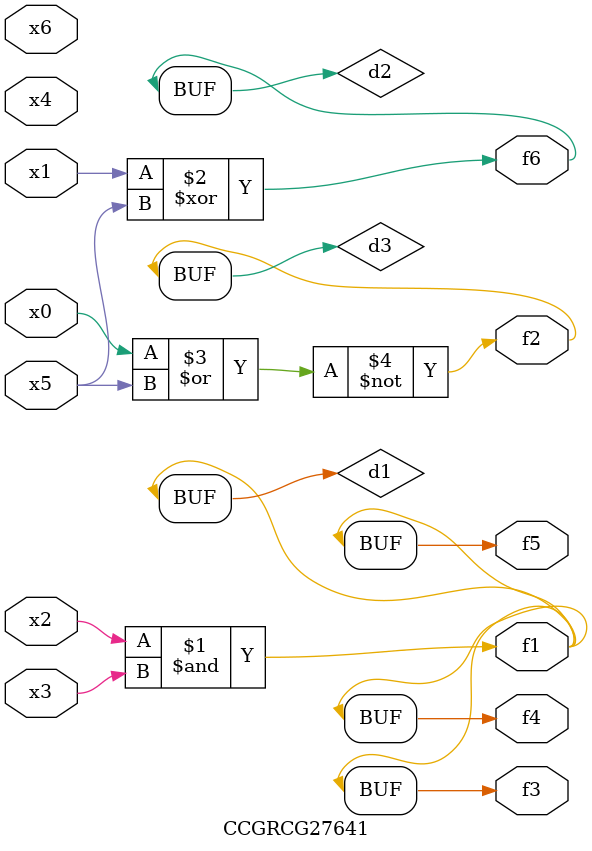
<source format=v>
module CCGRCG27641(
	input x0, x1, x2, x3, x4, x5, x6,
	output f1, f2, f3, f4, f5, f6
);

	wire d1, d2, d3;

	and (d1, x2, x3);
	xor (d2, x1, x5);
	nor (d3, x0, x5);
	assign f1 = d1;
	assign f2 = d3;
	assign f3 = d1;
	assign f4 = d1;
	assign f5 = d1;
	assign f6 = d2;
endmodule

</source>
